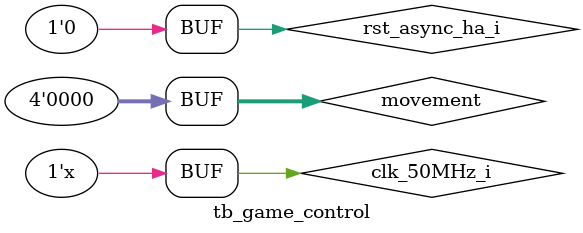
<source format=v>
`timescale 1ns / 1ps


module tb_game_control;
	// Inputs
	reg rst_async_ha_i;
	reg clk_50MHz_i;
	reg [3:0] movement;

	// Outputs
	wire [3:0] direction;

	// Instantiate the Unit Under Test (UUT)
	game_control uut (
		.rst_async_ha_i(rst_async_ha_i),
		.clk_50MHz_i(clk_50MHz_i),
		.movement(movement),
		.direction(direction)
	);

	initial begin
		// Initialize Inputs
		rst_async_ha_i = 0;
		clk_50MHz_i = 0;
		movement = 0;

		// Wait 100 ns for global reset to finish
		#10 rst_async_ha_i = 1;
		#5 rst_async_ha_i = 0;

		// Add stimulus here
		#20 movement = 4'h6;
		#1 movement = 4'h0;

		#20 movement = 4'h6;
		#1.5 movement = 4'h0;

		#20 movement = 4'h6;
		#1.5 movement = 4'h0;

	end

	always
	begin
		#1 clk_50MHz_i <= ~clk_50MHz_i;
	end

endmodule

</source>
